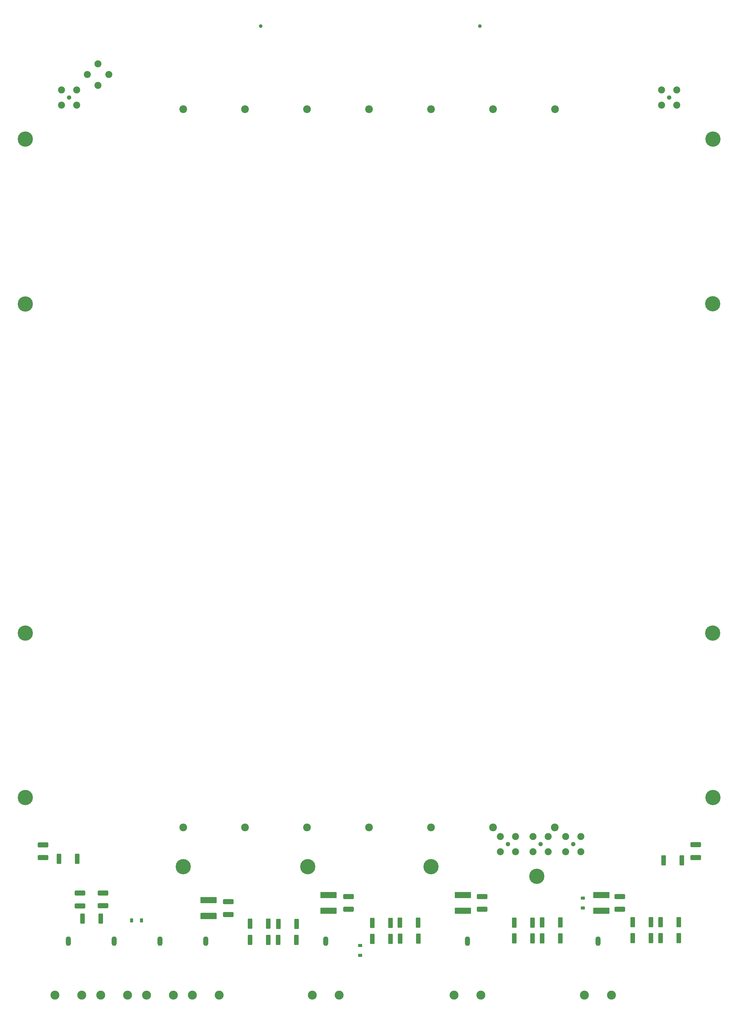
<source format=gbr>
G04 #@! TF.GenerationSoftware,KiCad,Pcbnew,(6.0.4-0)*
G04 #@! TF.CreationDate,2023-02-17T12:35:33-08:00*
G04 #@! TF.ProjectId,stripline_anode,73747269-706c-4696-9e65-5f616e6f6465,1a*
G04 #@! TF.SameCoordinates,Original*
G04 #@! TF.FileFunction,Soldermask,Bot*
G04 #@! TF.FilePolarity,Negative*
%FSLAX46Y46*%
G04 Gerber Fmt 4.6, Leading zero omitted, Abs format (unit mm)*
G04 Created by KiCad (PCBNEW (6.0.4-0)) date 2023-02-17 12:35:33*
%MOMM*%
%LPD*%
G01*
G04 APERTURE LIST*
G04 Aperture macros list*
%AMRoundRect*
0 Rectangle with rounded corners*
0 $1 Rounding radius*
0 $2 $3 $4 $5 $6 $7 $8 $9 X,Y pos of 4 corners*
0 Add a 4 corners polygon primitive as box body*
4,1,4,$2,$3,$4,$5,$6,$7,$8,$9,$2,$3,0*
0 Add four circle primitives for the rounded corners*
1,1,$1+$1,$2,$3*
1,1,$1+$1,$4,$5*
1,1,$1+$1,$6,$7*
1,1,$1+$1,$8,$9*
0 Add four rect primitives between the rounded corners*
20,1,$1+$1,$2,$3,$4,$5,0*
20,1,$1+$1,$4,$5,$6,$7,0*
20,1,$1+$1,$6,$7,$8,$9,0*
20,1,$1+$1,$8,$9,$2,$3,0*%
G04 Aperture macros list end*
%ADD10C,1.232000*%
%ADD11C,5.102000*%
%ADD12C,2.602000*%
%ADD13C,2.352000*%
%ADD14RoundRect,0.300999X-0.450001X-1.425001X0.450001X-1.425001X0.450001X1.425001X-0.450001X1.425001X0*%
%ADD15RoundRect,0.300999X0.450001X1.425001X-0.450001X1.425001X-0.450001X-1.425001X0.450001X-1.425001X0*%
%ADD16RoundRect,0.301000X1.450000X-0.537500X1.450000X0.537500X-1.450000X0.537500X-1.450000X-0.537500X0*%
%ADD17RoundRect,0.051000X0.600000X-0.450000X0.600000X0.450000X-0.600000X0.450000X-0.600000X-0.450000X0*%
%ADD18RoundRect,0.051000X0.450000X0.600000X-0.450000X0.600000X-0.450000X-0.600000X0.450000X-0.600000X0*%
%ADD19RoundRect,0.301000X-1.450000X0.537500X-1.450000X-0.537500X1.450000X-0.537500X1.450000X0.537500X0*%
%ADD20C,3.000000*%
%ADD21RoundRect,0.651000X0.162000X-0.900000X0.162000X0.900000X-0.162000X0.900000X-0.162000X-0.900000X0*%
%ADD22RoundRect,0.300999X-2.450001X0.737501X-2.450001X-0.737501X2.450001X-0.737501X2.450001X0.737501X0*%
%ADD23C,1.473600*%
%ADD24RoundRect,0.051000X-0.600000X0.450000X-0.600000X-0.450000X0.600000X-0.450000X0.600000X0.450000X0*%
G04 APERTURE END LIST*
D10*
X311433550Y-90067080D03*
X238133550Y-90067080D03*
D11*
X159346900Y-182892700D03*
X159346900Y-292874700D03*
D12*
X315810900Y-357847900D03*
X336537300Y-357847900D03*
X253631700Y-357847900D03*
D11*
X159388379Y-127840750D03*
X389369300Y-182841900D03*
X389369300Y-292874700D03*
D12*
X212178900Y-357847900D03*
D11*
X159388379Y-347840750D03*
D13*
X180101398Y-106220500D03*
X183693500Y-102628398D03*
X183693500Y-109812602D03*
X187285602Y-106220500D03*
D11*
X389388379Y-347840750D03*
D12*
X212178900Y-117817900D03*
X274358100Y-117817900D03*
X274358100Y-357847900D03*
X232905300Y-357847900D03*
X295135300Y-117817900D03*
X336588100Y-117817900D03*
X295084500Y-357847900D03*
X253631700Y-117817900D03*
X315861700Y-117817900D03*
X232905300Y-117817900D03*
D11*
X389388379Y-127840750D03*
D14*
X322943500Y-394895500D03*
X329043500Y-394895500D03*
D15*
X184643500Y-388320500D03*
X178543500Y-388320500D03*
D16*
X383668500Y-367883000D03*
X383668500Y-363608000D03*
D17*
X271368500Y-400595500D03*
X271368500Y-397295500D03*
D14*
X362543500Y-394820500D03*
X368643500Y-394820500D03*
D11*
X295143500Y-370995500D03*
D14*
X284668500Y-389670500D03*
X290768500Y-389670500D03*
X275493500Y-389720500D03*
X281593500Y-389720500D03*
D18*
X198243500Y-388945500D03*
X194943500Y-388945500D03*
D19*
X185368500Y-379758000D03*
X185368500Y-384033000D03*
D16*
X227318500Y-386958000D03*
X227318500Y-382683000D03*
D20*
X208926832Y-413895500D03*
X199926832Y-413895500D03*
D21*
X204426832Y-395895500D03*
D14*
X332243500Y-389620500D03*
X338343500Y-389620500D03*
X322968500Y-389695500D03*
X329068500Y-389695500D03*
X332243500Y-394920500D03*
X338343500Y-394920500D03*
X234593500Y-395395500D03*
X240693500Y-395395500D03*
X243968500Y-395395500D03*
X250068500Y-395395500D03*
D22*
X220693500Y-382183000D03*
X220693500Y-387458000D03*
D16*
X267468500Y-385233000D03*
X267468500Y-380958000D03*
D20*
X355443500Y-413870500D03*
X346443500Y-413870500D03*
D21*
X350943500Y-395870500D03*
D20*
X184610166Y-413895500D03*
X193610166Y-413895500D03*
D21*
X189110166Y-395895500D03*
D22*
X305793500Y-380458000D03*
X305793500Y-385733000D03*
D14*
X362543500Y-389495500D03*
X368643500Y-389495500D03*
D23*
X342708500Y-363420500D03*
D13*
X340168500Y-360880500D03*
X345248500Y-365960500D03*
X340168500Y-365960500D03*
X345248500Y-360880500D03*
D22*
X352068500Y-380458000D03*
X352068500Y-385733000D03*
D14*
X372893500Y-368870500D03*
X378993500Y-368870500D03*
D20*
X255393500Y-413870500D03*
X264393500Y-413870500D03*
D21*
X259893500Y-395870500D03*
D14*
X371868500Y-389470500D03*
X377968500Y-389470500D03*
D22*
X260843500Y-380458000D03*
X260843500Y-385733000D03*
D19*
X177693500Y-379808000D03*
X177693500Y-384083000D03*
D20*
X311818500Y-413870500D03*
X302818500Y-413870500D03*
D21*
X307318500Y-395870500D03*
D14*
X244018500Y-390070500D03*
X250118500Y-390070500D03*
D23*
X331763500Y-363420500D03*
D13*
X329223500Y-360880500D03*
X329223500Y-365960500D03*
X334303500Y-365960500D03*
X334303500Y-360880500D03*
D16*
X165343500Y-367933000D03*
X165343500Y-363658000D03*
D14*
X371868500Y-394870500D03*
X377968500Y-394870500D03*
D23*
X174068500Y-113945500D03*
D13*
X171528500Y-116485500D03*
X171528500Y-111405500D03*
X176608500Y-116485500D03*
X176608500Y-111405500D03*
D14*
X234543500Y-390020500D03*
X240643500Y-390020500D03*
D20*
X215243500Y-413895500D03*
X224243500Y-413895500D03*
D21*
X219743500Y-395895500D03*
D23*
X320818500Y-363420500D03*
D13*
X318278500Y-365960500D03*
X318278500Y-360880500D03*
X323358500Y-360880500D03*
X323358500Y-365960500D03*
D20*
X178293500Y-413895500D03*
X169293500Y-413895500D03*
D21*
X173793500Y-395895500D03*
D11*
X330493500Y-374145500D03*
D24*
X345943500Y-381445500D03*
X345943500Y-384745500D03*
D11*
X212243500Y-370995500D03*
D15*
X176718500Y-368320500D03*
X170618500Y-368320500D03*
D14*
X275478500Y-395070500D03*
X281578500Y-395070500D03*
D16*
X358268500Y-385233000D03*
X358268500Y-380958000D03*
X312243500Y-385233000D03*
X312243500Y-380958000D03*
D14*
X284768500Y-394995500D03*
X290868500Y-394995500D03*
D23*
X374743500Y-113945500D03*
D13*
X377283500Y-116485500D03*
X372203500Y-111405500D03*
X372203500Y-116485500D03*
X377283500Y-111405500D03*
D11*
X253868500Y-370995500D03*
G36*
X276231472Y-393655001D02*
G01*
X276231473Y-393655007D01*
X276231500Y-393655336D01*
X276231500Y-396235664D01*
X276230500Y-396237396D01*
X276228500Y-396237396D01*
X276227500Y-396235664D01*
X276227499Y-393655330D01*
X276228499Y-393653598D01*
X276230499Y-393653598D01*
X276231472Y-393655001D01*
G37*
G36*
X282331472Y-393655001D02*
G01*
X282331473Y-393655007D01*
X282331500Y-393655336D01*
X282331500Y-396235664D01*
X282330500Y-396237396D01*
X282328500Y-396237396D01*
X282327500Y-396235664D01*
X282327499Y-393655330D01*
X282328499Y-393653598D01*
X282330499Y-393653598D01*
X282331472Y-393655001D01*
G37*
G36*
X223135402Y-388495499D02*
G01*
X223135402Y-388497499D01*
X223133999Y-388498472D01*
X223133993Y-388498473D01*
X223133664Y-388498500D01*
X218253336Y-388498500D01*
X218251604Y-388497500D01*
X218251604Y-388495500D01*
X218253336Y-388494500D01*
X223133670Y-388494499D01*
X223135402Y-388495499D01*
G37*
G36*
X354510402Y-386770499D02*
G01*
X354510402Y-386772499D01*
X354508999Y-386773472D01*
X354508993Y-386773473D01*
X354508664Y-386773500D01*
X349628336Y-386773500D01*
X349626604Y-386772500D01*
X349626604Y-386770500D01*
X349628336Y-386769500D01*
X354508670Y-386769499D01*
X354510402Y-386770499D01*
G37*
G36*
X308235402Y-386770499D02*
G01*
X308235402Y-386772499D01*
X308233999Y-386773472D01*
X308233993Y-386773473D01*
X308233664Y-386773500D01*
X303353336Y-386773500D01*
X303351604Y-386772500D01*
X303351604Y-386770500D01*
X303353336Y-386769500D01*
X308233670Y-386769499D01*
X308235402Y-386770499D01*
G37*
G36*
X263285402Y-386770499D02*
G01*
X263285402Y-386772499D01*
X263283999Y-386773472D01*
X263283993Y-386773473D01*
X263283664Y-386773500D01*
X258403336Y-386773500D01*
X258401604Y-386772500D01*
X258401604Y-386770500D01*
X258403336Y-386769500D01*
X263283670Y-386769499D01*
X263285402Y-386770499D01*
G37*
G36*
X223135396Y-386418500D02*
G01*
X223135396Y-386420500D01*
X223133664Y-386421500D01*
X218253330Y-386421501D01*
X218251598Y-386420501D01*
X218251598Y-386418501D01*
X218253001Y-386417528D01*
X218253007Y-386417527D01*
X218253336Y-386417500D01*
X223133664Y-386417500D01*
X223135396Y-386418500D01*
G37*
G36*
X263285396Y-384693500D02*
G01*
X263285396Y-384695500D01*
X263283664Y-384696500D01*
X258403330Y-384696501D01*
X258401598Y-384695501D01*
X258401598Y-384693501D01*
X258403001Y-384692528D01*
X258403007Y-384692527D01*
X258403336Y-384692500D01*
X263283664Y-384692500D01*
X263285396Y-384693500D01*
G37*
G36*
X308235396Y-384693500D02*
G01*
X308235396Y-384695500D01*
X308233664Y-384696500D01*
X303353330Y-384696501D01*
X303351598Y-384695501D01*
X303351598Y-384693501D01*
X303353001Y-384692528D01*
X303353007Y-384692527D01*
X303353336Y-384692500D01*
X308233664Y-384692500D01*
X308235396Y-384693500D01*
G37*
G36*
X354510396Y-384693500D02*
G01*
X354510396Y-384695500D01*
X354508664Y-384696500D01*
X349628330Y-384696501D01*
X349626598Y-384695501D01*
X349626598Y-384693501D01*
X349628001Y-384692528D01*
X349628007Y-384692527D01*
X349628336Y-384692500D01*
X354508664Y-384692500D01*
X354510396Y-384693500D01*
G37*
G36*
X223135402Y-383220499D02*
G01*
X223135402Y-383222499D01*
X223133999Y-383223472D01*
X223133993Y-383223473D01*
X223133664Y-383223500D01*
X218253336Y-383223500D01*
X218251604Y-383222500D01*
X218251604Y-383220500D01*
X218253336Y-383219500D01*
X223133670Y-383219499D01*
X223135402Y-383220499D01*
G37*
G36*
X263285402Y-381495499D02*
G01*
X263285402Y-381497499D01*
X263283999Y-381498472D01*
X263283993Y-381498473D01*
X263283664Y-381498500D01*
X258403336Y-381498500D01*
X258401604Y-381497500D01*
X258401604Y-381495500D01*
X258403336Y-381494500D01*
X263283670Y-381494499D01*
X263285402Y-381495499D01*
G37*
G36*
X308235402Y-381495499D02*
G01*
X308235402Y-381497499D01*
X308233999Y-381498472D01*
X308233993Y-381498473D01*
X308233664Y-381498500D01*
X303353336Y-381498500D01*
X303351604Y-381497500D01*
X303351604Y-381495500D01*
X303353336Y-381494500D01*
X308233670Y-381494499D01*
X308235402Y-381495499D01*
G37*
G36*
X354510402Y-381495499D02*
G01*
X354510402Y-381497499D01*
X354508999Y-381498472D01*
X354508993Y-381498473D01*
X354508664Y-381498500D01*
X349628336Y-381498500D01*
X349626604Y-381497500D01*
X349626604Y-381495500D01*
X349628336Y-381494500D01*
X354508670Y-381494499D01*
X354510402Y-381495499D01*
G37*
G36*
X223135396Y-381143500D02*
G01*
X223135396Y-381145500D01*
X223133664Y-381146500D01*
X218253330Y-381146501D01*
X218251598Y-381145501D01*
X218251598Y-381143501D01*
X218253001Y-381142528D01*
X218253007Y-381142527D01*
X218253336Y-381142500D01*
X223133664Y-381142500D01*
X223135396Y-381143500D01*
G37*
G36*
X263285396Y-379418500D02*
G01*
X263285396Y-379420500D01*
X263283664Y-379421500D01*
X258403330Y-379421501D01*
X258401598Y-379420501D01*
X258401598Y-379418501D01*
X258403001Y-379417528D01*
X258403007Y-379417527D01*
X258403336Y-379417500D01*
X263283664Y-379417500D01*
X263285396Y-379418500D01*
G37*
G36*
X308235396Y-379418500D02*
G01*
X308235396Y-379420500D01*
X308233664Y-379421500D01*
X303353330Y-379421501D01*
X303351598Y-379420501D01*
X303351598Y-379418501D01*
X303353001Y-379417528D01*
X303353007Y-379417527D01*
X303353336Y-379417500D01*
X308233664Y-379417500D01*
X308235396Y-379418500D01*
G37*
G36*
X354510396Y-379418500D02*
G01*
X354510396Y-379420500D01*
X354508664Y-379421500D01*
X349628330Y-379421501D01*
X349626598Y-379420501D01*
X349626598Y-379418501D01*
X349628001Y-379417528D01*
X349628007Y-379417527D01*
X349628336Y-379417500D01*
X354508664Y-379417500D01*
X354510396Y-379418500D01*
G37*
M02*

</source>
